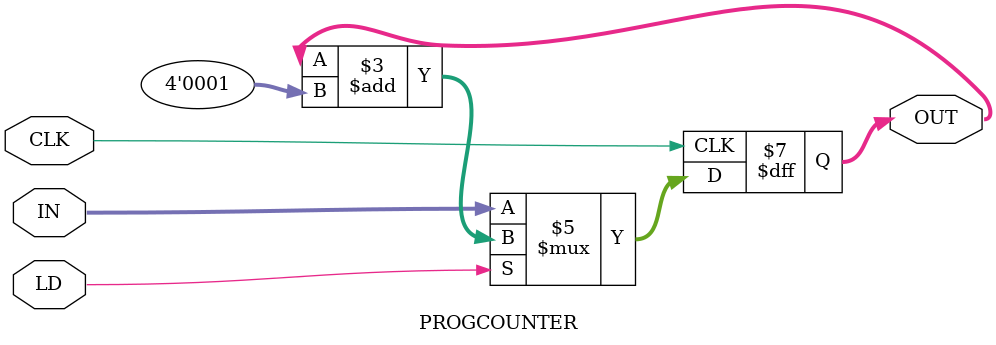
<source format=v>
module PROGCOUNTER(
		input CLK,
		input LD,
		input  	  [3:0] IN,
		output reg [3:0] OUT
);

always @( posedge CLK ) begin
		if( LD == 1'b0 )
			OUT <= IN;
		else
			OUT <= OUT + 4'h1;
end

endmodule

</source>
